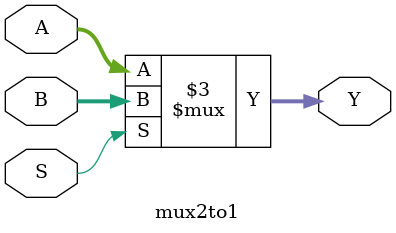
<source format=sv>
module mux2to1
#(parameter N = 32)
(
  input  logic [N-1:0] A,
  input  logic [N-1:0] B,
  input  logic         S,
  output logic [N-1:0] Y
);
  
  always_comb
    begin
      if(S)
	    Y = B;
      else
	    Y = A;
    end
  
endmodule

</source>
